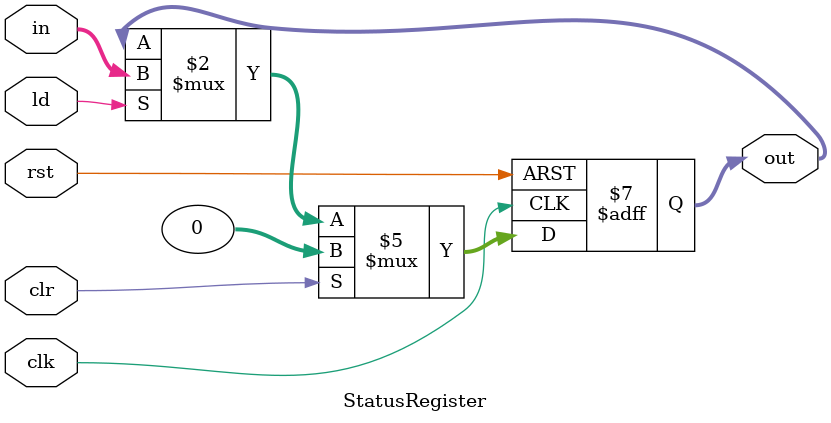
<source format=v>
module StatusRegister #(
    parameter N = 32
)(
    input clk, rst,
    input [N-1:0] in,
    input ld, clr,
    output reg [N-1:0] out
);
    always @(negedge clk or posedge rst) begin
        if (rst)
            out <= {N{1'b0}};
        else if (clr)
            out <= {N{1'b0}};
        else if (ld)
            out <= in;
    end
endmodule
</source>
